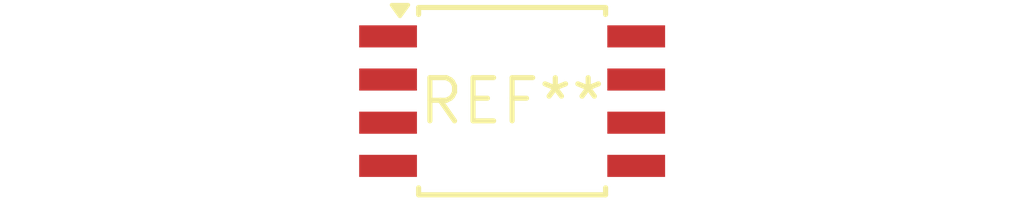
<source format=kicad_pcb>
(kicad_pcb (version 20240108) (generator pcbnew)
  (layers (0 "F.Cu" signal) (31 "B.Cu" signal) (34 "B.Paste" user) (35 "F.Paste" user) (36 "B.SilkS" user "B.Silkscreen") (37 "F.SilkS" user "F.Silkscreen") (38 "B.Mask" user) (39 "F.Mask" user) (44 "Edge.Cuts" user))
  (net 0 "")
  (footprint "SOIC-8W_5.3x5.3mm_P1.27mm" (layer "F.Cu") (at 0 0)
    (property "Reference" "REF**")
    (property "Value" "SOIC-8W_5.3x5.3mm_P1.27mm")
    (fp_line (start -2.75 -2.755) (end -2.75 -2.55) (layer "F.SilkS") (stroke (width 0.15)))
    (fp_line (start -2.75 -2.755) (end 2.75 -2.755) (layer "F.SilkS") (stroke (width 0.15)))
    (fp_line (start -2.75 2.755) (end -2.75 2.55) (layer "F.SilkS") (stroke (width 0.15)))
    (fp_line (start -2.75 2.755) (end 2.75 2.755) (layer "F.SilkS") (stroke (width 0.15)))
    (fp_line (start 2.75 -2.755) (end 2.75 -2.55) (layer "F.SilkS") (stroke (width 0.15)))
    (fp_line (start 2.75 2.755) (end 2.75 2.55) (layer "F.SilkS") (stroke (width 0.15)))
    (fp_poly (pts (xy -3.3 -2.5) (xy -3.54 -2.83) (xy -3.06 -2.83) (xy -3.3 -2.5)) (layer "F.SilkS") (stroke (width 0.12)) (fill solid))
    (pad "1" smd rect (at -3.65 -1.905) (size 1.7 0.65) (layers "F.Cu" "F.Paste" "F.Mask"))
    (pad "2" smd rect (at -3.65 -0.635) (size 1.7 0.65) (layers "F.Cu" "F.Paste" "F.Mask"))
    (pad "3" smd rect (at -3.65 0.635) (size 1.7 0.65) (layers "F.Cu" "F.Paste" "F.Mask"))
    (pad "4" smd rect (at -3.65 1.905) (size 1.7 0.65) (layers "F.Cu" "F.Paste" "F.Mask"))
    (pad "5" smd rect (at 3.65 1.905) (size 1.7 0.65) (layers "F.Cu" "F.Paste" "F.Mask"))
    (pad "6" smd rect (at 3.65 0.635) (size 1.7 0.65) (layers "F.Cu" "F.Paste" "F.Mask"))
    (pad "7" smd rect (at 3.65 -0.635) (size 1.7 0.65) (layers "F.Cu" "F.Paste" "F.Mask"))
    (pad "8" smd rect (at 3.65 -1.905) (size 1.7 0.65) (layers "F.Cu" "F.Paste" "F.Mask"))
  )
)
</source>
